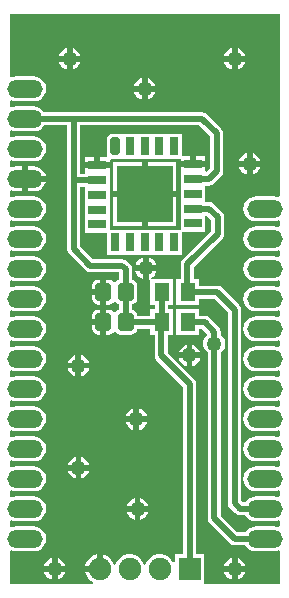
<source format=gbl>
G04*
G04 #@! TF.GenerationSoftware,Altium Limited,CircuitMaker,2.2.1 (2.2.1.6)*
G04*
G04 Layer_Physical_Order=2*
G04 Layer_Color=11436288*
%FSLAX25Y25*%
%MOIN*%
G70*
G04*
G04 #@! TF.SameCoordinates,1EE0AFE0-1AE0-4E79-8498-EBF67B735B77*
G04*
G04*
G04 #@! TF.FilePolarity,Positive*
G04*
G01*
G75*
%ADD10C,0.01968*%
G04:AMPARAMS|DCode=20|XSize=31.5mil|YSize=59.05mil|CornerRadius=7.87mil|HoleSize=0mil|Usage=FLASHONLY|Rotation=180.000|XOffset=0mil|YOffset=0mil|HoleType=Round|Shape=RoundedRectangle|*
%AMROUNDEDRECTD20*
21,1,0.03150,0.04331,0,0,180.0*
21,1,0.01575,0.05905,0,0,180.0*
1,1,0.01575,-0.00787,0.02165*
1,1,0.01575,0.00787,0.02165*
1,1,0.01575,0.00787,-0.02165*
1,1,0.01575,-0.00787,-0.02165*
%
%ADD20ROUNDEDRECTD20*%
%ADD21R,0.03150X0.05905*%
%ADD22R,0.18898X0.18898*%
%ADD23R,0.05905X0.03150*%
%ADD24O,0.11811X0.06000*%
%ADD25C,0.07500*%
%ADD26R,0.07500X0.07500*%
%ADD27C,0.05000*%
%ADD28C,0.01968*%
%ADD29R,0.05118X0.06299*%
G04:AMPARAMS|DCode=30|XSize=59.05mil|YSize=51.18mil|CornerRadius=7.68mil|HoleSize=0mil|Usage=FLASHONLY|Rotation=90.000|XOffset=0mil|YOffset=0mil|HoleType=Round|Shape=RoundedRectangle|*
%AMROUNDEDRECTD30*
21,1,0.05905,0.03583,0,0,90.0*
21,1,0.04370,0.05118,0,0,90.0*
1,1,0.01535,0.01791,0.02185*
1,1,0.01535,0.01791,-0.02185*
1,1,0.01535,-0.01791,-0.02185*
1,1,0.01535,-0.01791,0.02185*
%
%ADD30ROUNDEDRECTD30*%
G36*
X445000Y334108D02*
X444584Y333830D01*
X443997Y334073D01*
X442906Y334217D01*
X437094D01*
X436003Y334073D01*
X434986Y333652D01*
X434113Y332982D01*
X433442Y332109D01*
X433021Y331091D01*
X432877Y330000D01*
X433021Y328908D01*
X433442Y327891D01*
X434113Y327018D01*
X434986Y326348D01*
X436003Y325926D01*
X437094Y325783D01*
X442906D01*
X443997Y325926D01*
X444584Y326170D01*
X445000Y325892D01*
Y324108D01*
X444584Y323830D01*
X443997Y324074D01*
X442906Y324217D01*
X437094D01*
X436003Y324074D01*
X434986Y323652D01*
X434113Y322982D01*
X433442Y322109D01*
X433021Y321092D01*
X432877Y320000D01*
X433021Y318909D01*
X433442Y317891D01*
X434113Y317018D01*
X434986Y316348D01*
X436003Y315927D01*
X437094Y315783D01*
X442906D01*
X443997Y315927D01*
X444584Y316170D01*
X445000Y315892D01*
Y314108D01*
X444584Y313830D01*
X443997Y314073D01*
X442906Y314217D01*
X437094D01*
X436003Y314073D01*
X434986Y313652D01*
X434113Y312982D01*
X433442Y312109D01*
X433021Y311091D01*
X432877Y310000D01*
X433021Y308909D01*
X433442Y307891D01*
X434113Y307018D01*
X434986Y306348D01*
X436003Y305926D01*
X437094Y305783D01*
X442906D01*
X443997Y305926D01*
X444584Y306170D01*
X445000Y305892D01*
Y304108D01*
X444584Y303830D01*
X443997Y304074D01*
X442906Y304217D01*
X437094D01*
X436003Y304074D01*
X434986Y303652D01*
X434113Y302982D01*
X433442Y302109D01*
X433021Y301092D01*
X432877Y300000D01*
X433021Y298908D01*
X433442Y297891D01*
X434113Y297018D01*
X434986Y296348D01*
X436003Y295926D01*
X437094Y295783D01*
X442906D01*
X443997Y295926D01*
X444584Y296170D01*
X445000Y295892D01*
Y294108D01*
X444584Y293830D01*
X443997Y294074D01*
X442906Y294217D01*
X437094D01*
X436003Y294074D01*
X434986Y293652D01*
X434113Y292982D01*
X433442Y292109D01*
X433021Y291091D01*
X432877Y290000D01*
X433021Y288909D01*
X433442Y287891D01*
X434113Y287018D01*
X434986Y286348D01*
X436003Y285927D01*
X437094Y285783D01*
X442906D01*
X443997Y285927D01*
X444584Y286170D01*
X445000Y285892D01*
Y284108D01*
X444584Y283830D01*
X443997Y284073D01*
X442906Y284217D01*
X437094D01*
X436003Y284073D01*
X434986Y283652D01*
X434113Y282982D01*
X433442Y282109D01*
X433021Y281091D01*
X432877Y280000D01*
X433021Y278908D01*
X433442Y277891D01*
X434113Y277018D01*
X434986Y276348D01*
X436003Y275926D01*
X437094Y275783D01*
X442906D01*
X443997Y275926D01*
X444584Y276170D01*
X445000Y275892D01*
Y274108D01*
X444584Y273830D01*
X443997Y274074D01*
X442906Y274217D01*
X437094D01*
X436003Y274074D01*
X434986Y273652D01*
X434113Y272982D01*
X433442Y272109D01*
X433021Y271092D01*
X432877Y270000D01*
X433021Y268909D01*
X433442Y267891D01*
X434113Y267018D01*
X434986Y266348D01*
X436003Y265927D01*
X437094Y265783D01*
X442906D01*
X443997Y265927D01*
X444584Y266170D01*
X445000Y265892D01*
Y264108D01*
X444584Y263830D01*
X443997Y264073D01*
X442906Y264217D01*
X437094D01*
X436003Y264073D01*
X434986Y263652D01*
X434113Y262982D01*
X433442Y262109D01*
X433021Y261091D01*
X432877Y260000D01*
X433021Y258909D01*
X433442Y257891D01*
X434113Y257018D01*
X434986Y256348D01*
X436003Y255926D01*
X437094Y255783D01*
X442906D01*
X443997Y255926D01*
X444584Y256170D01*
X445000Y255892D01*
Y254108D01*
X444584Y253830D01*
X443997Y254074D01*
X442906Y254217D01*
X437094D01*
X436003Y254074D01*
X434986Y253652D01*
X434113Y252982D01*
X433442Y252109D01*
X433021Y251092D01*
X432877Y250000D01*
X433021Y248908D01*
X433442Y247891D01*
X434113Y247018D01*
X434986Y246348D01*
X436003Y245926D01*
X437094Y245783D01*
X442906D01*
X443997Y245926D01*
X444584Y246170D01*
X445000Y245892D01*
Y244108D01*
X444584Y243830D01*
X443997Y244074D01*
X442906Y244217D01*
X437094D01*
X436003Y244074D01*
X434986Y243652D01*
X434113Y242982D01*
X433442Y242109D01*
X433021Y241091D01*
X432877Y240000D01*
X433021Y238909D01*
X433442Y237891D01*
X434113Y237018D01*
X434986Y236348D01*
X436003Y235927D01*
X437094Y235783D01*
X442906D01*
X443997Y235927D01*
X444584Y236170D01*
X445000Y235892D01*
Y234108D01*
X444584Y233830D01*
X443997Y234073D01*
X442906Y234217D01*
X437094D01*
X436003Y234073D01*
X434986Y233652D01*
X434113Y232982D01*
X433518Y232208D01*
X432725D01*
X432208Y232726D01*
Y296378D01*
X432040Y297223D01*
X431561Y297939D01*
X425734Y303766D01*
X425018Y304244D01*
X424173Y304413D01*
X418071D01*
Y306535D01*
X416381D01*
Y310503D01*
X425971Y320092D01*
X426449Y320809D01*
X426617Y321654D01*
Y327165D01*
X426449Y328010D01*
X425971Y328727D01*
X423057Y331640D01*
X422341Y332118D01*
X421496Y332287D01*
X420276D01*
Y337714D01*
X421417D01*
X422262Y337882D01*
X422978Y338360D01*
X425577Y340959D01*
X426055Y341675D01*
X426224Y342520D01*
Y355118D01*
X426055Y355963D01*
X425577Y356679D01*
X420695Y361561D01*
X419979Y362040D01*
X419134Y362208D01*
X366482D01*
X365887Y362982D01*
X365014Y363652D01*
X363997Y364073D01*
X362906Y364217D01*
X357095D01*
X356003Y364073D01*
X355416Y363830D01*
X355000Y364108D01*
Y365892D01*
X355416Y366170D01*
X356003Y365927D01*
X357095Y365783D01*
X362906D01*
X363997Y365927D01*
X365014Y366348D01*
X365887Y367018D01*
X366558Y367891D01*
X366979Y368909D01*
X367123Y370000D01*
X366979Y371092D01*
X366558Y372109D01*
X365887Y372982D01*
X365014Y373652D01*
X363997Y374074D01*
X362906Y374217D01*
X357095D01*
X356003Y374074D01*
X355416Y373830D01*
X355000Y374108D01*
Y395000D01*
X445000D01*
Y334108D01*
D02*
G37*
G36*
X374170Y339764D02*
Y316535D01*
X374338Y315690D01*
X374817Y314974D01*
X380329Y309462D01*
X381045Y308984D01*
X381890Y308816D01*
X391532D01*
Y306294D01*
X391188Y306225D01*
X390544Y305795D01*
X390301Y305431D01*
X389699D01*
X389456Y305795D01*
X388812Y306225D01*
X388051Y306377D01*
X387244D01*
Y302205D01*
Y298033D01*
X388051D01*
X388812Y298184D01*
X389456Y298615D01*
X389699Y298978D01*
X390301D01*
X390544Y298615D01*
X391188Y298184D01*
X391532Y298115D01*
Y296294D01*
X391188Y296226D01*
X390544Y295795D01*
X390301Y295431D01*
X389699D01*
X389456Y295795D01*
X388812Y296226D01*
X388051Y296377D01*
X387244D01*
Y292205D01*
Y288033D01*
X388051D01*
X388812Y288184D01*
X389456Y288615D01*
X389699Y288979D01*
X390301D01*
X390544Y288615D01*
X391188Y288184D01*
X391949Y288033D01*
X395532D01*
X396292Y288184D01*
X396936Y288615D01*
X397367Y289259D01*
X397514Y289997D01*
X401929D01*
Y287874D01*
X403304D01*
Y281102D01*
X403472Y280258D01*
X403951Y279541D01*
X412792Y270700D01*
Y214931D01*
X410069D01*
Y212215D01*
X410005Y212177D01*
X409339Y212347D01*
X408946Y213028D01*
X408028Y213946D01*
X406903Y214595D01*
X405649Y214931D01*
X404351D01*
X403097Y214595D01*
X401972Y213946D01*
X401054Y213028D01*
X400405Y211903D01*
X400259Y211358D01*
X399741D01*
X399595Y211903D01*
X398946Y213028D01*
X398028Y213946D01*
X396903Y214595D01*
X395649Y214931D01*
X394351D01*
X393097Y214595D01*
X391972Y213946D01*
X391054Y213028D01*
X390405Y211903D01*
X390259Y211358D01*
X389741D01*
X389595Y211903D01*
X388946Y213028D01*
X388028Y213946D01*
X386903Y214595D01*
X385984Y214841D01*
Y210000D01*
X385000D01*
Y209016D01*
X380159D01*
X380405Y208097D01*
X381054Y206972D01*
X381972Y206054D01*
X382932Y205500D01*
X382798Y205000D01*
X355000D01*
Y215892D01*
X355416Y216170D01*
X356003Y215927D01*
X357095Y215783D01*
X362906D01*
X363997Y215927D01*
X365014Y216348D01*
X365887Y217018D01*
X366558Y217891D01*
X366979Y218909D01*
X367123Y220000D01*
X366979Y221092D01*
X366558Y222109D01*
X365887Y222982D01*
X365014Y223652D01*
X363997Y224074D01*
X362906Y224217D01*
X357095D01*
X356003Y224074D01*
X355416Y223830D01*
X355000Y224108D01*
Y225892D01*
X355416Y226170D01*
X356003Y225926D01*
X357095Y225783D01*
X362906D01*
X363997Y225926D01*
X365014Y226348D01*
X365887Y227018D01*
X366558Y227891D01*
X366979Y228908D01*
X367123Y230000D01*
X366979Y231091D01*
X366558Y232109D01*
X365887Y232982D01*
X365014Y233652D01*
X363997Y234073D01*
X362906Y234217D01*
X357095D01*
X356003Y234073D01*
X355416Y233830D01*
X355000Y234108D01*
Y235892D01*
X355416Y236170D01*
X356003Y235927D01*
X357095Y235783D01*
X362906D01*
X363997Y235927D01*
X365014Y236348D01*
X365887Y237018D01*
X366558Y237891D01*
X366979Y238909D01*
X367123Y240000D01*
X366979Y241091D01*
X366558Y242109D01*
X365887Y242982D01*
X365014Y243652D01*
X363997Y244074D01*
X362906Y244217D01*
X357095D01*
X356003Y244074D01*
X355416Y243830D01*
X355000Y244108D01*
Y245892D01*
X355416Y246170D01*
X356003Y245926D01*
X357095Y245783D01*
X362906D01*
X363997Y245926D01*
X365014Y246348D01*
X365887Y247018D01*
X366558Y247891D01*
X366979Y248908D01*
X367123Y250000D01*
X366979Y251092D01*
X366558Y252109D01*
X365887Y252982D01*
X365014Y253652D01*
X363997Y254074D01*
X362906Y254217D01*
X357095D01*
X356003Y254074D01*
X355416Y253830D01*
X355000Y254108D01*
Y255892D01*
X355416Y256170D01*
X356003Y255926D01*
X357095Y255783D01*
X362906D01*
X363997Y255926D01*
X365014Y256348D01*
X365887Y257018D01*
X366558Y257891D01*
X366979Y258909D01*
X367123Y260000D01*
X366979Y261091D01*
X366558Y262109D01*
X365887Y262982D01*
X365014Y263652D01*
X363997Y264073D01*
X362906Y264217D01*
X357095D01*
X356003Y264073D01*
X355416Y263830D01*
X355000Y264108D01*
Y265892D01*
X355416Y266170D01*
X356003Y265927D01*
X357095Y265783D01*
X362906D01*
X363997Y265927D01*
X365014Y266348D01*
X365887Y267018D01*
X366558Y267891D01*
X366979Y268909D01*
X367123Y270000D01*
X366979Y271092D01*
X366558Y272109D01*
X365887Y272982D01*
X365014Y273652D01*
X363997Y274074D01*
X362906Y274217D01*
X357095D01*
X356003Y274074D01*
X355416Y273830D01*
X355000Y274108D01*
Y275892D01*
X355416Y276170D01*
X356003Y275926D01*
X357095Y275783D01*
X362906D01*
X363997Y275926D01*
X365014Y276348D01*
X365887Y277018D01*
X366558Y277891D01*
X366979Y278908D01*
X367123Y280000D01*
X366979Y281091D01*
X366558Y282109D01*
X365887Y282982D01*
X365014Y283652D01*
X363997Y284073D01*
X362906Y284217D01*
X357095D01*
X356003Y284073D01*
X355416Y283830D01*
X355000Y284108D01*
Y285892D01*
X355416Y286170D01*
X356003Y285927D01*
X357095Y285783D01*
X362906D01*
X363997Y285927D01*
X365014Y286348D01*
X365887Y287018D01*
X366558Y287891D01*
X366979Y288909D01*
X367123Y290000D01*
X366979Y291091D01*
X366558Y292109D01*
X365887Y292982D01*
X365014Y293652D01*
X363997Y294074D01*
X362906Y294217D01*
X357095D01*
X356003Y294074D01*
X355416Y293830D01*
X355000Y294108D01*
Y295892D01*
X355416Y296170D01*
X356003Y295926D01*
X357095Y295783D01*
X362906D01*
X363997Y295926D01*
X365014Y296348D01*
X365887Y297018D01*
X366558Y297891D01*
X366979Y298908D01*
X367123Y300000D01*
X366979Y301092D01*
X366558Y302109D01*
X365887Y302982D01*
X365014Y303652D01*
X363997Y304074D01*
X362906Y304217D01*
X357095D01*
X356003Y304074D01*
X355416Y303830D01*
X355000Y304108D01*
Y305892D01*
X355416Y306170D01*
X356003Y305926D01*
X357095Y305783D01*
X362906D01*
X363997Y305926D01*
X365014Y306348D01*
X365887Y307018D01*
X366558Y307891D01*
X366979Y308909D01*
X367123Y310000D01*
X366979Y311091D01*
X366558Y312109D01*
X365887Y312982D01*
X365014Y313652D01*
X363997Y314073D01*
X362906Y314217D01*
X357095D01*
X356003Y314073D01*
X355416Y313830D01*
X355000Y314108D01*
Y315892D01*
X355416Y316170D01*
X356003Y315927D01*
X357095Y315783D01*
X362906D01*
X363997Y315927D01*
X365014Y316348D01*
X365887Y317018D01*
X366558Y317891D01*
X366979Y318909D01*
X367123Y320000D01*
X366979Y321092D01*
X366558Y322109D01*
X365887Y322982D01*
X365014Y323652D01*
X363997Y324074D01*
X362906Y324217D01*
X357095D01*
X356003Y324074D01*
X355416Y323830D01*
X355000Y324108D01*
Y325892D01*
X355416Y326170D01*
X356003Y325926D01*
X357095Y325783D01*
X362906D01*
X363997Y325926D01*
X365014Y326348D01*
X365887Y327018D01*
X366558Y327891D01*
X366979Y328908D01*
X367123Y330000D01*
X366979Y331091D01*
X366558Y332109D01*
X365887Y332982D01*
X365014Y333652D01*
X363997Y334073D01*
X362906Y334217D01*
X357095D01*
X356003Y334073D01*
X355416Y333830D01*
X355000Y334108D01*
Y335892D01*
X355416Y336170D01*
X356003Y335927D01*
X357095Y335783D01*
X359016D01*
Y340000D01*
Y344217D01*
X357095D01*
X356003Y344074D01*
X355416Y343830D01*
X355000Y344108D01*
Y345892D01*
X355416Y346170D01*
X356003Y345926D01*
X357095Y345783D01*
X362906D01*
X363997Y345926D01*
X365014Y346348D01*
X365887Y347018D01*
X366558Y347891D01*
X366979Y348908D01*
X367123Y350000D01*
X366979Y351092D01*
X366558Y352109D01*
X365887Y352982D01*
X365014Y353652D01*
X363997Y354074D01*
X362906Y354217D01*
X357095D01*
X356003Y354074D01*
X355416Y353830D01*
X355000Y354108D01*
Y355892D01*
X355416Y356170D01*
X356003Y355926D01*
X357095Y355783D01*
X362906D01*
X363997Y355926D01*
X365014Y356348D01*
X365887Y357018D01*
X366482Y357792D01*
X374170D01*
Y339764D01*
D02*
G37*
G36*
X421808Y354204D02*
Y343434D01*
X420776Y342402D01*
X420276Y342609D01*
Y343858D01*
X416142D01*
X412008D01*
Y342087D01*
Y337165D01*
Y332244D01*
Y327323D01*
Y322992D01*
X388386D01*
Y326929D01*
Y331850D01*
Y336772D01*
Y341693D01*
Y343464D01*
X384252D01*
X380118D01*
Y341735D01*
X378586D01*
Y357792D01*
X418219D01*
X421808Y354204D01*
D02*
G37*
G36*
X380118Y331850D02*
Y326929D01*
Y322008D01*
X387402D01*
Y314724D01*
X412598D01*
Y322402D01*
X420276D01*
Y327470D01*
X420776Y327677D01*
X422202Y326251D01*
Y322568D01*
X412612Y312979D01*
X412134Y312262D01*
X411966Y311417D01*
Y306535D01*
X410591D01*
Y297874D01*
X418071D01*
Y299997D01*
X423259D01*
X427792Y295463D01*
Y231811D01*
X427960Y230966D01*
X428439Y230250D01*
X430250Y228439D01*
X430966Y227960D01*
X431811Y227792D01*
X433518D01*
X434113Y227018D01*
X434986Y226348D01*
X436003Y225926D01*
X437094Y225783D01*
X442906D01*
X443997Y225926D01*
X444584Y226170D01*
X445000Y225892D01*
Y224108D01*
X444584Y223830D01*
X443997Y224074D01*
X442906Y224217D01*
X437094D01*
X436003Y224074D01*
X434986Y223652D01*
X434113Y222982D01*
X433518Y222208D01*
X430914D01*
X425436Y227686D01*
Y282064D01*
X425489Y282094D01*
X426174Y282779D01*
X426659Y283618D01*
X426909Y284555D01*
Y285524D01*
X426659Y286460D01*
X426174Y287300D01*
X425489Y287985D01*
X425436Y288015D01*
Y288976D01*
X425268Y289821D01*
X424789Y290538D01*
X421561Y293766D01*
X420845Y294244D01*
X420000Y294412D01*
X418071D01*
Y296535D01*
X410591D01*
Y287874D01*
X418071D01*
Y289997D01*
X419086D01*
X420695Y288388D01*
X420968Y287985D01*
X420283Y287300D01*
X419798Y286460D01*
X419547Y285524D01*
Y284555D01*
X419798Y283618D01*
X420283Y282779D01*
X420968Y282094D01*
X421021Y282064D01*
Y226772D01*
X421189Y225927D01*
X421667Y225210D01*
X428439Y218439D01*
X429155Y217960D01*
X430000Y217792D01*
X433518D01*
X434113Y217018D01*
X434986Y216348D01*
X436003Y215927D01*
X437094Y215783D01*
X442906D01*
X443997Y215927D01*
X444584Y216170D01*
X445000Y215892D01*
Y205000D01*
X420403D01*
X419931Y205069D01*
Y214931D01*
X417208D01*
Y271614D01*
X417040Y272459D01*
X416561Y273175D01*
X407720Y282017D01*
Y287874D01*
X409409D01*
Y296535D01*
X407877D01*
Y297874D01*
X409409D01*
Y306535D01*
X402346D01*
X402212Y307035D01*
X402654Y307291D01*
X403339Y307976D01*
X403824Y308815D01*
X403941Y309252D01*
X401378D01*
Y306689D01*
X401507Y306724D01*
X401929Y306319D01*
Y297874D01*
X403462D01*
Y296535D01*
X401929D01*
Y294412D01*
X397514D01*
X397367Y295150D01*
X396936Y295795D01*
X396292Y296226D01*
X395948Y296294D01*
Y298115D01*
X396292Y298184D01*
X396936Y298615D01*
X397367Y299259D01*
X397518Y300020D01*
Y304390D01*
X397367Y305150D01*
X396936Y305795D01*
X396292Y306225D01*
X395948Y306294D01*
Y309803D01*
X395780Y310648D01*
X395301Y311364D01*
X394081Y312585D01*
X393365Y313063D01*
X392520Y313231D01*
X382804D01*
X378586Y317450D01*
Y337320D01*
X380118D01*
Y331850D01*
D02*
G37*
%LPC*%
G36*
X430984Y383547D02*
Y380984D01*
X433547D01*
X433430Y381421D01*
X432946Y382260D01*
X432260Y382946D01*
X431421Y383430D01*
X430984Y383547D01*
D02*
G37*
G36*
X429016D02*
X428579Y383430D01*
X427740Y382946D01*
X427054Y382260D01*
X426570Y381421D01*
X426453Y380984D01*
X429016D01*
Y383547D01*
D02*
G37*
G36*
X375984D02*
Y380984D01*
X378547D01*
X378430Y381421D01*
X377946Y382260D01*
X377260Y382946D01*
X376421Y383430D01*
X375984Y383547D01*
D02*
G37*
G36*
X374016D02*
X373579Y383430D01*
X372740Y382946D01*
X372054Y382260D01*
X371570Y381421D01*
X371453Y380984D01*
X374016D01*
Y383547D01*
D02*
G37*
G36*
X433547Y379016D02*
X430984D01*
Y376453D01*
X431421Y376570D01*
X432260Y377054D01*
X432946Y377740D01*
X433430Y378579D01*
X433547Y379016D01*
D02*
G37*
G36*
X429016D02*
X426453D01*
X426570Y378579D01*
X427054Y377740D01*
X427740Y377054D01*
X428579Y376570D01*
X429016Y376453D01*
Y379016D01*
D02*
G37*
G36*
X378547D02*
X375984D01*
Y376453D01*
X376421Y376570D01*
X377260Y377054D01*
X377946Y377740D01*
X378430Y378579D01*
X378547Y379016D01*
D02*
G37*
G36*
X374016D02*
X371453D01*
X371570Y378579D01*
X372054Y377740D01*
X372740Y377054D01*
X373579Y376570D01*
X374016Y376453D01*
Y379016D01*
D02*
G37*
G36*
X400984Y373547D02*
Y370984D01*
X403547D01*
X403430Y371421D01*
X402946Y372260D01*
X402260Y372946D01*
X401421Y373430D01*
X400984Y373547D01*
D02*
G37*
G36*
X399016D02*
X398579Y373430D01*
X397740Y372946D01*
X397054Y372260D01*
X396570Y371421D01*
X396453Y370984D01*
X399016D01*
Y373547D01*
D02*
G37*
G36*
X403547Y369016D02*
X400984D01*
Y366453D01*
X401421Y366570D01*
X402260Y367054D01*
X402946Y367740D01*
X403430Y368579D01*
X403547Y369016D01*
D02*
G37*
G36*
X399016D02*
X396453D01*
X396570Y368579D01*
X397054Y367740D01*
X397740Y367054D01*
X398579Y366570D01*
X399016Y366453D01*
Y369016D01*
D02*
G37*
G36*
X435984Y348547D02*
Y345984D01*
X438547D01*
X438430Y346421D01*
X437946Y347260D01*
X437260Y347946D01*
X436421Y348430D01*
X435984Y348547D01*
D02*
G37*
G36*
X434016D02*
X433579Y348430D01*
X432740Y347946D01*
X432054Y347260D01*
X431570Y346421D01*
X431453Y345984D01*
X434016D01*
Y348547D01*
D02*
G37*
G36*
X438547Y344016D02*
X435984D01*
Y341453D01*
X436421Y341570D01*
X437260Y342054D01*
X437946Y342740D01*
X438430Y343579D01*
X438547Y344016D01*
D02*
G37*
G36*
X434016D02*
X431453D01*
X431570Y343579D01*
X432054Y342740D01*
X432740Y342054D01*
X433579Y341570D01*
X434016Y341453D01*
Y344016D01*
D02*
G37*
G36*
X362906Y344217D02*
X360984D01*
Y340984D01*
X366993D01*
X366979Y341091D01*
X366558Y342109D01*
X365887Y342982D01*
X365014Y343652D01*
X363997Y344074D01*
X362906Y344217D01*
D02*
G37*
G36*
X366993Y339016D02*
X360984D01*
Y335783D01*
X362906D01*
X363997Y335927D01*
X365014Y336348D01*
X365887Y337018D01*
X366558Y337891D01*
X366979Y338909D01*
X366993Y339016D01*
D02*
G37*
G36*
X385276Y306377D02*
X384469D01*
X383708Y306225D01*
X383064Y305795D01*
X382633Y305150D01*
X382482Y304390D01*
Y303189D01*
X385276D01*
Y306377D01*
D02*
G37*
G36*
Y301220D02*
X382482D01*
Y300020D01*
X382633Y299259D01*
X383064Y298615D01*
X383708Y298184D01*
X384469Y298033D01*
X385276D01*
Y301220D01*
D02*
G37*
G36*
Y296377D02*
X384469D01*
X383708Y296226D01*
X383064Y295795D01*
X382633Y295150D01*
X382482Y294390D01*
Y293189D01*
X385276D01*
Y296377D01*
D02*
G37*
G36*
Y291220D02*
X382482D01*
Y290020D01*
X382633Y289259D01*
X383064Y288615D01*
X383708Y288184D01*
X384469Y288033D01*
X385276D01*
Y291220D01*
D02*
G37*
G36*
X378930Y281287D02*
Y278724D01*
X381493D01*
X381376Y279161D01*
X380891Y280000D01*
X380206Y280685D01*
X379366Y281170D01*
X378930Y281287D01*
D02*
G37*
G36*
X376961D02*
X376525Y281170D01*
X375685Y280685D01*
X375000Y280000D01*
X374515Y279161D01*
X374398Y278724D01*
X376961D01*
Y281287D01*
D02*
G37*
G36*
X381493Y276755D02*
X378930D01*
Y274193D01*
X379366Y274309D01*
X380206Y274794D01*
X380891Y275480D01*
X381376Y276319D01*
X381493Y276755D01*
D02*
G37*
G36*
X376961D02*
X374398D01*
X374515Y276319D01*
X375000Y275480D01*
X375685Y274794D01*
X376525Y274309D01*
X376961Y274193D01*
Y276755D01*
D02*
G37*
G36*
X398228Y263390D02*
Y260827D01*
X400791D01*
X400674Y261263D01*
X400190Y262103D01*
X399504Y262788D01*
X398665Y263273D01*
X398228Y263390D01*
D02*
G37*
G36*
X396260D02*
X395823Y263273D01*
X394984Y262788D01*
X394299Y262103D01*
X393814Y261263D01*
X393697Y260827D01*
X396260D01*
Y263390D01*
D02*
G37*
G36*
X400791Y258858D02*
X398228D01*
Y256295D01*
X398665Y256412D01*
X399504Y256897D01*
X400190Y257582D01*
X400674Y258422D01*
X400791Y258858D01*
D02*
G37*
G36*
X396260D02*
X393697D01*
X393814Y258422D01*
X394299Y257582D01*
X394984Y256897D01*
X395823Y256412D01*
X396260Y256295D01*
Y258858D01*
D02*
G37*
G36*
X378937Y247248D02*
Y244685D01*
X381500D01*
X381383Y245122D01*
X380898Y245961D01*
X380213Y246646D01*
X379374Y247131D01*
X378937Y247248D01*
D02*
G37*
G36*
X376969D02*
X376532Y247131D01*
X375693Y246646D01*
X375007Y245961D01*
X374522Y245122D01*
X374406Y244685D01*
X376969D01*
Y247248D01*
D02*
G37*
G36*
X381500Y242717D02*
X378937D01*
Y240154D01*
X379374Y240271D01*
X380213Y240755D01*
X380898Y241441D01*
X381383Y242280D01*
X381500Y242717D01*
D02*
G37*
G36*
X376969D02*
X374406D01*
X374522Y242280D01*
X375007Y241441D01*
X375693Y240755D01*
X376532Y240271D01*
X376969Y240154D01*
Y242717D01*
D02*
G37*
G36*
X398622Y233469D02*
Y230906D01*
X401185D01*
X401068Y231342D01*
X400583Y232182D01*
X399898Y232867D01*
X399059Y233351D01*
X398622Y233469D01*
D02*
G37*
G36*
X396654D02*
X396217Y233351D01*
X395378Y232867D01*
X394692Y232182D01*
X394208Y231342D01*
X394091Y230906D01*
X396654D01*
Y233469D01*
D02*
G37*
G36*
X401185Y228937D02*
X398622D01*
Y226374D01*
X399059Y226491D01*
X399898Y226976D01*
X400583Y227661D01*
X401068Y228500D01*
X401185Y228937D01*
D02*
G37*
G36*
X396654D02*
X394091D01*
X394208Y228500D01*
X394692Y227661D01*
X395378Y226976D01*
X396217Y226491D01*
X396654Y226374D01*
Y228937D01*
D02*
G37*
G36*
X370984Y213547D02*
Y210984D01*
X373547D01*
X373430Y211421D01*
X372946Y212260D01*
X372260Y212946D01*
X371421Y213430D01*
X370984Y213547D01*
D02*
G37*
G36*
X369016D02*
X368579Y213430D01*
X367740Y212946D01*
X367054Y212260D01*
X366570Y211421D01*
X366453Y210984D01*
X369016D01*
Y213547D01*
D02*
G37*
G36*
X384016Y214841D02*
X383097Y214595D01*
X381972Y213946D01*
X381054Y213028D01*
X380405Y211903D01*
X380159Y210984D01*
X384016D01*
Y214841D01*
D02*
G37*
G36*
X373547Y209016D02*
X370984D01*
Y206453D01*
X371421Y206570D01*
X372260Y207054D01*
X372946Y207740D01*
X373430Y208579D01*
X373547Y209016D01*
D02*
G37*
G36*
X369016D02*
X366453D01*
X366570Y208579D01*
X367054Y207740D01*
X367740Y207054D01*
X368579Y206570D01*
X369016Y206453D01*
Y209016D01*
D02*
G37*
G36*
X420276Y347598D02*
X417126D01*
Y345827D01*
X420276D01*
Y347598D01*
D02*
G37*
G36*
X390945Y354920D02*
X389370D01*
X388602Y354768D01*
X387951Y354333D01*
X387516Y353681D01*
X387363Y352913D01*
Y348583D01*
X387516Y347815D01*
X387629Y347646D01*
X387393Y347205D01*
X385236D01*
Y345433D01*
X388386D01*
Y346317D01*
X388886Y346672D01*
X389370Y346576D01*
X390945D01*
X391713Y346728D01*
X391889Y346846D01*
X392323Y346614D01*
Y346614D01*
X412008D01*
Y345827D01*
X415158D01*
Y347598D01*
X412598D01*
Y354882D01*
X392323D01*
Y354882D01*
X391889Y354650D01*
X391713Y354768D01*
X390945Y354920D01*
D02*
G37*
G36*
X383268Y347205D02*
X380118D01*
Y345433D01*
X383268D01*
Y347205D01*
D02*
G37*
G36*
X410630Y345630D02*
X400984D01*
Y335984D01*
X410630D01*
Y345630D01*
D02*
G37*
G36*
X399016D02*
X389370D01*
Y335984D01*
X399016D01*
Y345630D01*
D02*
G37*
G36*
X410630Y334016D02*
X400984D01*
Y324370D01*
X410630D01*
Y334016D01*
D02*
G37*
G36*
X399016D02*
X389370D01*
Y324370D01*
X399016D01*
Y334016D01*
D02*
G37*
G36*
X401378Y313783D02*
Y311221D01*
X403941D01*
X403824Y311657D01*
X403339Y312496D01*
X402654Y313182D01*
X401815Y313667D01*
X401378Y313783D01*
D02*
G37*
G36*
X399410D02*
X398973Y313667D01*
X398133Y313182D01*
X397448Y312496D01*
X396964Y311657D01*
X396847Y311221D01*
X399410D01*
Y313783D01*
D02*
G37*
G36*
Y309252D02*
X396847D01*
X396964Y308815D01*
X397448Y307976D01*
X398133Y307291D01*
X398973Y306806D01*
X399410Y306689D01*
Y309252D01*
D02*
G37*
G36*
X415945Y284650D02*
Y282087D01*
X418508D01*
X418391Y282523D01*
X417906Y283363D01*
X417221Y284048D01*
X416382Y284533D01*
X415945Y284650D01*
D02*
G37*
G36*
X413976D02*
X413540Y284533D01*
X412700Y284048D01*
X412015Y283363D01*
X411530Y282523D01*
X411413Y282087D01*
X413976D01*
Y284650D01*
D02*
G37*
G36*
X418508Y280118D02*
X415945D01*
Y277555D01*
X416382Y277672D01*
X417221Y278157D01*
X417906Y278842D01*
X418391Y279681D01*
X418508Y280118D01*
D02*
G37*
G36*
X413976D02*
X411413D01*
X411530Y279681D01*
X412015Y278842D01*
X412700Y278157D01*
X413540Y277672D01*
X413976Y277555D01*
Y280118D01*
D02*
G37*
G36*
X430984Y213547D02*
Y210984D01*
X433547D01*
X433430Y211421D01*
X432946Y212260D01*
X432260Y212946D01*
X431421Y213430D01*
X430984Y213547D01*
D02*
G37*
G36*
X429016D02*
X428579Y213430D01*
X427740Y212946D01*
X427054Y212260D01*
X426570Y211421D01*
X426453Y210984D01*
X429016D01*
Y213547D01*
D02*
G37*
G36*
X433547Y209016D02*
X430984D01*
Y206453D01*
X431421Y206570D01*
X432260Y207054D01*
X432946Y207740D01*
X433430Y208579D01*
X433547Y209016D01*
D02*
G37*
G36*
X429016D02*
X426453D01*
X426570Y208579D01*
X427054Y207740D01*
X427740Y207054D01*
X428579Y206570D01*
X429016Y206453D01*
Y209016D01*
D02*
G37*
%LPD*%
D10*
X419134Y360000D02*
X424016Y355118D01*
Y342520D02*
Y355118D01*
X421417Y339921D02*
X424016Y342520D01*
X416142Y330079D02*
X421496D01*
X424409Y327165D01*
Y321654D02*
Y327165D01*
X414173Y311417D02*
X424409Y321654D01*
X416142Y339921D02*
X421417D01*
X376378Y339764D02*
X376614Y339528D01*
X384252D01*
X376378Y360000D02*
X419134D01*
X376378Y339764D02*
Y360000D01*
Y316535D02*
Y339764D01*
X360000Y360000D02*
X376378D01*
X393740Y302205D02*
Y309803D01*
X392520Y311024D02*
X393740Y309803D01*
X381890Y311024D02*
X392520D01*
X376378Y316535D02*
X381890Y311024D01*
X423228Y285039D02*
Y288976D01*
X420000Y292205D02*
X423228Y288976D01*
Y226772D02*
Y285039D01*
X414173Y302362D02*
X414331Y302205D01*
X414173Y302362D02*
Y311417D01*
X431811Y230000D02*
X440000D01*
X430000Y231811D02*
X431811Y230000D01*
X430000Y231811D02*
Y296378D01*
X423228Y226772D02*
X430000Y220000D01*
X393740Y292205D02*
Y302205D01*
Y292205D02*
X405669D01*
Y302205D01*
X405512Y292047D02*
X405669Y292205D01*
X405512Y281102D02*
Y292047D01*
Y281102D02*
X415000Y271614D01*
Y210000D02*
Y271614D01*
X414331Y302205D02*
X424173D01*
X430000Y296378D01*
X414331Y292205D02*
X420000D01*
X430000Y220000D02*
X440000D01*
D20*
X390158Y350748D02*
D03*
D21*
X395079D02*
D03*
X400000D02*
D03*
X404921D02*
D03*
X409842D02*
D03*
Y318858D02*
D03*
X404921D02*
D03*
X400000D02*
D03*
X395079D02*
D03*
X390158D02*
D03*
D22*
X400000Y335000D02*
D03*
D23*
X416142Y344843D02*
D03*
Y339921D02*
D03*
Y335000D02*
D03*
Y330079D02*
D03*
Y325157D02*
D03*
X384252Y324764D02*
D03*
Y329685D02*
D03*
Y334606D02*
D03*
Y339528D02*
D03*
Y344449D02*
D03*
D24*
X440000Y330000D02*
D03*
Y320000D02*
D03*
Y310000D02*
D03*
Y300000D02*
D03*
Y290000D02*
D03*
Y280000D02*
D03*
Y270000D02*
D03*
Y260000D02*
D03*
Y250000D02*
D03*
Y240000D02*
D03*
Y230000D02*
D03*
Y220000D02*
D03*
X360000D02*
D03*
Y230000D02*
D03*
Y240000D02*
D03*
Y250000D02*
D03*
Y260000D02*
D03*
Y270000D02*
D03*
Y280000D02*
D03*
Y290000D02*
D03*
Y300000D02*
D03*
Y310000D02*
D03*
Y320000D02*
D03*
Y330000D02*
D03*
Y340000D02*
D03*
Y350000D02*
D03*
Y360000D02*
D03*
Y370000D02*
D03*
D25*
X395000Y210000D02*
D03*
X405000D02*
D03*
X385000D02*
D03*
D26*
X415000D02*
D03*
D27*
X400394Y310236D02*
D03*
X397244Y259842D02*
D03*
X377953Y243701D02*
D03*
X377946Y277740D02*
D03*
X397638Y229921D02*
D03*
X370000Y210000D02*
D03*
X430000D02*
D03*
X435000Y345000D02*
D03*
X400000Y370000D02*
D03*
X430000Y380000D02*
D03*
X375000D02*
D03*
X414961Y281102D02*
D03*
X423228Y285039D02*
D03*
D28*
X394982Y330048D02*
D03*
X405000Y330000D02*
D03*
Y340000D02*
D03*
X395000D02*
D03*
X400000Y335000D02*
D03*
X409842Y318858D02*
D03*
X404921D02*
D03*
X400000D02*
D03*
X395079D02*
D03*
X390158D02*
D03*
X384252Y324764D02*
D03*
Y329685D02*
D03*
Y334606D02*
D03*
Y339528D02*
D03*
Y344449D02*
D03*
X390158Y350748D02*
D03*
X395079D02*
D03*
X400000D02*
D03*
X404921D02*
D03*
X409842D02*
D03*
X416142Y344843D02*
D03*
Y339921D02*
D03*
Y335000D02*
D03*
Y330079D02*
D03*
Y325157D02*
D03*
D29*
X405669Y292205D02*
D03*
X414331D02*
D03*
X405669Y302205D02*
D03*
X414331D02*
D03*
D30*
X386260D02*
D03*
X393740D02*
D03*
X386260Y292205D02*
D03*
X393740D02*
D03*
M02*

</source>
